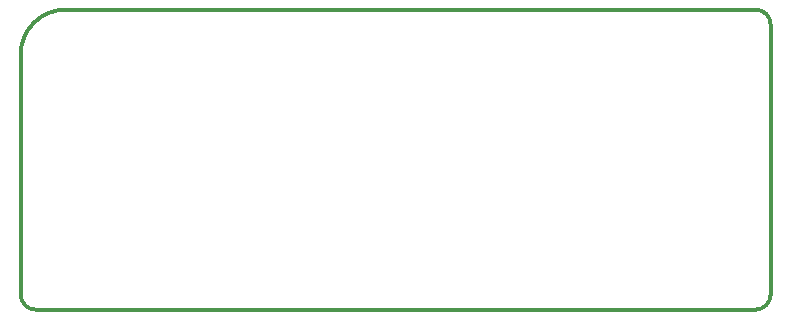
<source format=gbr>
G04 #@! TF.GenerationSoftware,KiCad,Pcbnew,(5.1.4)-1*
G04 #@! TF.CreationDate,2019-10-23T20:14:33-04:00*
G04 #@! TF.ProjectId,USB LED Daughterboard 0-2,55534220-4c45-4442-9044-617567687465,rev?*
G04 #@! TF.SameCoordinates,Original*
G04 #@! TF.FileFunction,Profile,NP*
%FSLAX46Y46*%
G04 Gerber Fmt 4.6, Leading zero omitted, Abs format (unit mm)*
G04 Created by KiCad (PCBNEW (5.1.4)-1) date 2019-10-23 20:14:33*
%MOMM*%
%LPD*%
G04 APERTURE LIST*
%ADD10C,0.304800*%
G04 APERTURE END LIST*
D10*
X217805000Y-100012500D02*
G75*
G02X219075000Y-101282500I0J-1270000D01*
G01*
X155575000Y-103822500D02*
G75*
G02X159385000Y-100012500I3810000J0D01*
G01*
X156845000Y-125412500D02*
G75*
G02X155575000Y-124142500I0J1270000D01*
G01*
X219075000Y-124142500D02*
G75*
G02X217805000Y-125412500I-1270000J0D01*
G01*
X219075000Y-101282500D02*
X219075000Y-124142500D01*
X159385000Y-100012500D02*
X217805000Y-100012500D01*
X155575000Y-124142500D02*
X155575000Y-103822500D01*
X217805000Y-125412500D02*
X156845000Y-125412500D01*
M02*

</source>
